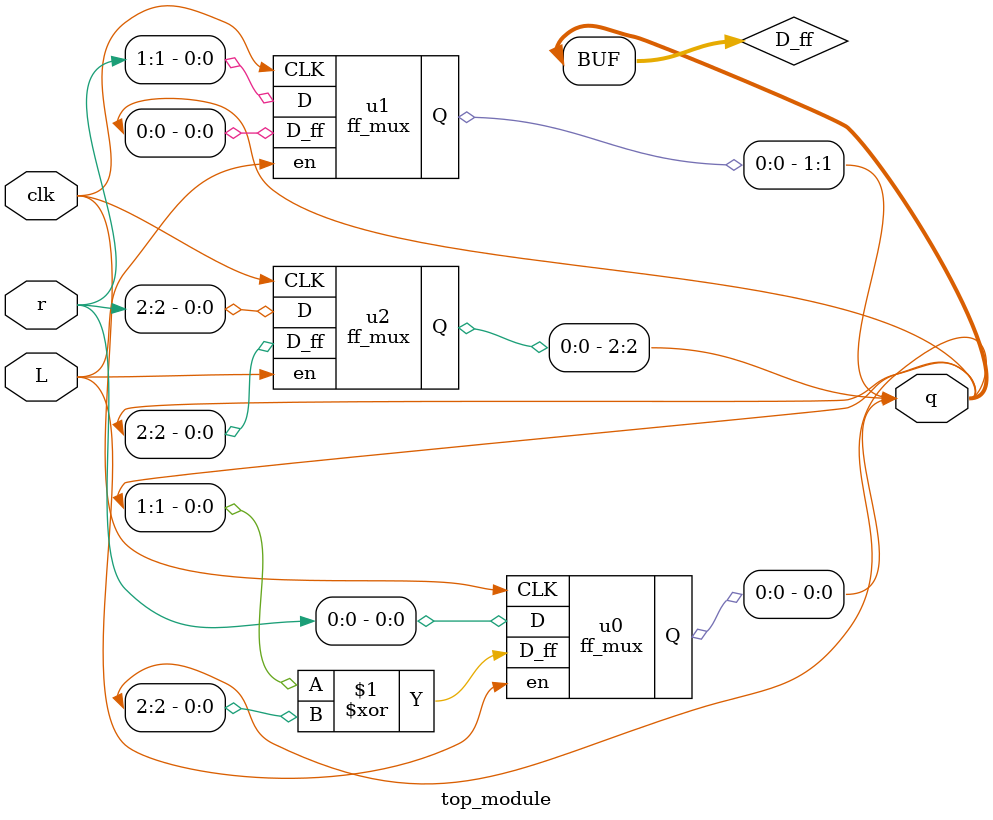
<source format=sv>
module ff_mux(
    input CLK,
    input en,
    input D,
    input D_ff,
    output reg Q
);

    always @(posedge CLK) begin
        if (en) begin
            Q <= D;
        end else begin
            Q <= D_ff;
        end
    end
endmodule
module top_module(
    input [2:0] r,
    input L,
    input clk,
    output [2:0] q
);

    wire [2:0] D_ff;
    wire [2:0] D_mux;

    // Instantiate ff_mux submodules
    ff_mux u0 (
        .CLK(clk),
        .en(L),
        .D(r[0]),
        .D_ff({q[1] ^ q[2]}),
        .Q(D_ff[0])
    );

    ff_mux u1 (
        .CLK(clk),
        .en(L),
        .D(r[1]),
        .D_ff(q[0]),
        .Q(D_ff[1])
    );

    ff_mux u2 (
        .CLK(clk),
        .en(L),
        .D(r[2]),
        .D_ff(q[2]),
        .Q(D_ff[2])
    );

    // Output assignment
    assign q = D_ff;

endmodule

</source>
